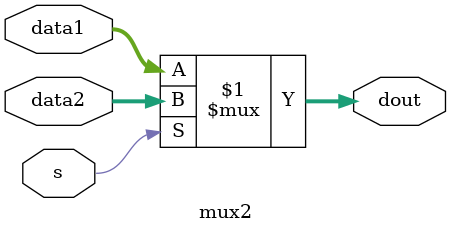
<source format=sv>

module mux2 #(
    parameter WIDTH = 32
) (
    input logic[WIDTH-1:0] data1, data2,
    input logic s,
    output logic[WIDTH-1:0] dout
);
    
    assign dout = s ? data2 : data1;

endmodule
</source>
